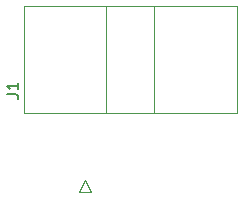
<source format=gto>
%TF.GenerationSoftware,KiCad,Pcbnew,(6.0.2)*%
%TF.CreationDate,2022-03-06T00:56:29+01:00*%
%TF.ProjectId,canon-service-cable,63616e6f-6e2d-4736-9572-766963652d63,rev?*%
%TF.SameCoordinates,Original*%
%TF.FileFunction,Legend,Top*%
%TF.FilePolarity,Positive*%
%FSLAX46Y46*%
G04 Gerber Fmt 4.6, Leading zero omitted, Abs format (unit mm)*
G04 Created by KiCad (PCBNEW (6.0.2)) date 2022-03-06 00:56:29*
%MOMM*%
%LPD*%
G01*
G04 APERTURE LIST*
%ADD10C,0.150000*%
%ADD11C,0.120000*%
G04 APERTURE END LIST*
D10*
%TO.C,J1*%
X39552380Y-44058333D02*
X40266666Y-44058333D01*
X40409523Y-44105952D01*
X40504761Y-44201190D01*
X40552380Y-44344047D01*
X40552380Y-44439285D01*
X40552380Y-43058333D02*
X40552380Y-43629761D01*
X40552380Y-43344047D02*
X39552380Y-43344047D01*
X39695238Y-43439285D01*
X39790476Y-43534523D01*
X39838095Y-43629761D01*
D11*
X46200000Y-51290000D02*
X45700000Y-52290000D01*
X46700000Y-52290000D02*
X46200000Y-51290000D01*
X47960000Y-45670000D02*
X47960000Y-36550000D01*
X45700000Y-52290000D02*
X46700000Y-52290000D01*
X59030000Y-45670000D02*
X40990000Y-45670000D01*
X52060000Y-45670000D02*
X52060000Y-36550000D01*
X59030000Y-36550000D02*
X59030000Y-45670000D01*
X40990000Y-36550000D02*
X59030000Y-36550000D01*
X40990000Y-45670000D02*
X40990000Y-36550000D01*
%TD*%
M02*

</source>
